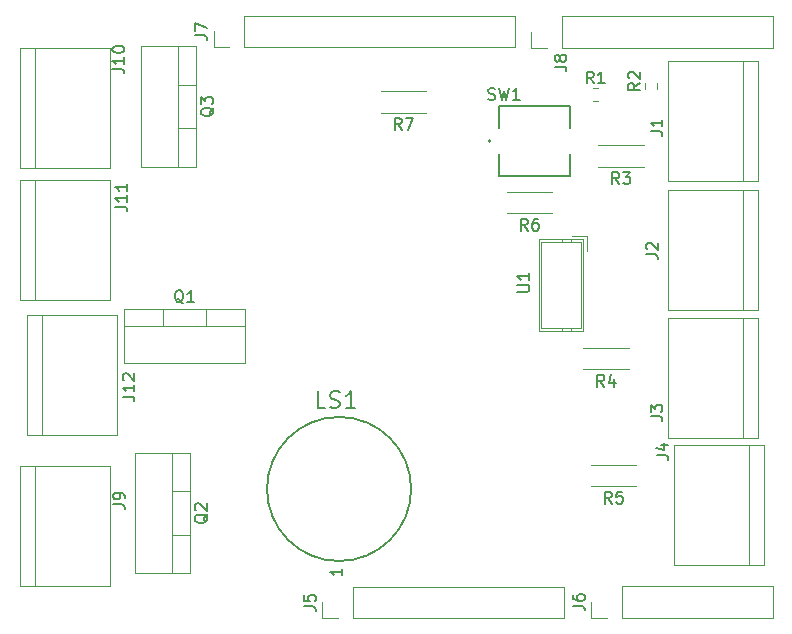
<source format=gto>
%TF.GenerationSoftware,KiCad,Pcbnew,(6.0.2)*%
%TF.CreationDate,2024-04-01T14:50:51-05:00*%
%TF.ProjectId,Security_Mat,53656375-7269-4747-995f-4d61742e6b69,rev?*%
%TF.SameCoordinates,Original*%
%TF.FileFunction,Legend,Top*%
%TF.FilePolarity,Positive*%
%FSLAX46Y46*%
G04 Gerber Fmt 4.6, Leading zero omitted, Abs format (unit mm)*
G04 Created by KiCad (PCBNEW (6.0.2)) date 2024-04-01 14:50:51*
%MOMM*%
%LPD*%
G01*
G04 APERTURE LIST*
%ADD10C,0.150000*%
%ADD11C,0.120000*%
%ADD12C,0.127000*%
%ADD13C,0.200000*%
G04 APERTURE END LIST*
D10*
X136662380Y-107824285D02*
X136662380Y-108395714D01*
X136662380Y-108110000D02*
X135662380Y-108110000D01*
X135805238Y-108205238D01*
X135900476Y-108300476D01*
X135948095Y-108395714D01*
%TO.C,R6*%
X152360333Y-79207380D02*
X152027000Y-78731190D01*
X151788904Y-79207380D02*
X151788904Y-78207380D01*
X152169857Y-78207380D01*
X152265095Y-78255000D01*
X152312714Y-78302619D01*
X152360333Y-78397857D01*
X152360333Y-78540714D01*
X152312714Y-78635952D01*
X152265095Y-78683571D01*
X152169857Y-78731190D01*
X151788904Y-78731190D01*
X153217476Y-78207380D02*
X153027000Y-78207380D01*
X152931761Y-78255000D01*
X152884142Y-78302619D01*
X152788904Y-78445476D01*
X152741285Y-78635952D01*
X152741285Y-79016904D01*
X152788904Y-79112142D01*
X152836523Y-79159761D01*
X152931761Y-79207380D01*
X153122238Y-79207380D01*
X153217476Y-79159761D01*
X153265095Y-79112142D01*
X153312714Y-79016904D01*
X153312714Y-78778809D01*
X153265095Y-78683571D01*
X153217476Y-78635952D01*
X153122238Y-78588333D01*
X152931761Y-78588333D01*
X152836523Y-78635952D01*
X152788904Y-78683571D01*
X152741285Y-78778809D01*
%TO.C,R2*%
X161869380Y-66714666D02*
X161393190Y-67048000D01*
X161869380Y-67286095D02*
X160869380Y-67286095D01*
X160869380Y-66905142D01*
X160917000Y-66809904D01*
X160964619Y-66762285D01*
X161059857Y-66714666D01*
X161202714Y-66714666D01*
X161297952Y-66762285D01*
X161345571Y-66809904D01*
X161393190Y-66905142D01*
X161393190Y-67286095D01*
X160964619Y-66333714D02*
X160917000Y-66286095D01*
X160869380Y-66190857D01*
X160869380Y-65952761D01*
X160917000Y-65857523D01*
X160964619Y-65809904D01*
X161059857Y-65762285D01*
X161155095Y-65762285D01*
X161297952Y-65809904D01*
X161869380Y-66381333D01*
X161869380Y-65762285D01*
%TO.C,J9*%
X117259380Y-102400333D02*
X117973666Y-102400333D01*
X118116523Y-102447952D01*
X118211761Y-102543190D01*
X118259380Y-102686047D01*
X118259380Y-102781285D01*
X118259380Y-101876523D02*
X118259380Y-101686047D01*
X118211761Y-101590809D01*
X118164142Y-101543190D01*
X118021285Y-101447952D01*
X117830809Y-101400333D01*
X117449857Y-101400333D01*
X117354619Y-101447952D01*
X117307000Y-101495571D01*
X117259380Y-101590809D01*
X117259380Y-101781285D01*
X117307000Y-101876523D01*
X117354619Y-101924142D01*
X117449857Y-101971761D01*
X117687952Y-101971761D01*
X117783190Y-101924142D01*
X117830809Y-101876523D01*
X117878428Y-101781285D01*
X117878428Y-101590809D01*
X117830809Y-101495571D01*
X117783190Y-101447952D01*
X117687952Y-101400333D01*
%TO.C,J8*%
X154652380Y-65333333D02*
X155366666Y-65333333D01*
X155509523Y-65380952D01*
X155604761Y-65476190D01*
X155652380Y-65619047D01*
X155652380Y-65714285D01*
X155080952Y-64714285D02*
X155033333Y-64809523D01*
X154985714Y-64857142D01*
X154890476Y-64904761D01*
X154842857Y-64904761D01*
X154747619Y-64857142D01*
X154700000Y-64809523D01*
X154652380Y-64714285D01*
X154652380Y-64523809D01*
X154700000Y-64428571D01*
X154747619Y-64380952D01*
X154842857Y-64333333D01*
X154890476Y-64333333D01*
X154985714Y-64380952D01*
X155033333Y-64428571D01*
X155080952Y-64523809D01*
X155080952Y-64714285D01*
X155128571Y-64809523D01*
X155176190Y-64857142D01*
X155271428Y-64904761D01*
X155461904Y-64904761D01*
X155557142Y-64857142D01*
X155604761Y-64809523D01*
X155652380Y-64714285D01*
X155652380Y-64523809D01*
X155604761Y-64428571D01*
X155557142Y-64380952D01*
X155461904Y-64333333D01*
X155271428Y-64333333D01*
X155176190Y-64380952D01*
X155128571Y-64428571D01*
X155080952Y-64523809D01*
%TO.C,R3*%
X160107333Y-75270380D02*
X159774000Y-74794190D01*
X159535904Y-75270380D02*
X159535904Y-74270380D01*
X159916857Y-74270380D01*
X160012095Y-74318000D01*
X160059714Y-74365619D01*
X160107333Y-74460857D01*
X160107333Y-74603714D01*
X160059714Y-74698952D01*
X160012095Y-74746571D01*
X159916857Y-74794190D01*
X159535904Y-74794190D01*
X160440666Y-74270380D02*
X161059714Y-74270380D01*
X160726380Y-74651333D01*
X160869238Y-74651333D01*
X160964476Y-74698952D01*
X161012095Y-74746571D01*
X161059714Y-74841809D01*
X161059714Y-75079904D01*
X161012095Y-75175142D01*
X160964476Y-75222761D01*
X160869238Y-75270380D01*
X160583523Y-75270380D01*
X160488285Y-75222761D01*
X160440666Y-75175142D01*
%TO.C,R7*%
X141692333Y-70698380D02*
X141359000Y-70222190D01*
X141120904Y-70698380D02*
X141120904Y-69698380D01*
X141501857Y-69698380D01*
X141597095Y-69746000D01*
X141644714Y-69793619D01*
X141692333Y-69888857D01*
X141692333Y-70031714D01*
X141644714Y-70126952D01*
X141597095Y-70174571D01*
X141501857Y-70222190D01*
X141120904Y-70222190D01*
X142025666Y-69698380D02*
X142692333Y-69698380D01*
X142263761Y-70698380D01*
%TO.C,Q2*%
X125284619Y-103219238D02*
X125237000Y-103314476D01*
X125141761Y-103409714D01*
X124998904Y-103552571D01*
X124951285Y-103647809D01*
X124951285Y-103743047D01*
X125189380Y-103695428D02*
X125141761Y-103790666D01*
X125046523Y-103885904D01*
X124856047Y-103933523D01*
X124522714Y-103933523D01*
X124332238Y-103885904D01*
X124237000Y-103790666D01*
X124189380Y-103695428D01*
X124189380Y-103504952D01*
X124237000Y-103409714D01*
X124332238Y-103314476D01*
X124522714Y-103266857D01*
X124856047Y-103266857D01*
X125046523Y-103314476D01*
X125141761Y-103409714D01*
X125189380Y-103504952D01*
X125189380Y-103695428D01*
X124284619Y-102885904D02*
X124237000Y-102838285D01*
X124189380Y-102743047D01*
X124189380Y-102504952D01*
X124237000Y-102409714D01*
X124284619Y-102362095D01*
X124379857Y-102314476D01*
X124475095Y-102314476D01*
X124617952Y-102362095D01*
X125189380Y-102933523D01*
X125189380Y-102314476D01*
%TO.C,J2*%
X162393380Y-81232333D02*
X163107666Y-81232333D01*
X163250523Y-81279952D01*
X163345761Y-81375190D01*
X163393380Y-81518047D01*
X163393380Y-81613285D01*
X162488619Y-80803761D02*
X162441000Y-80756142D01*
X162393380Y-80660904D01*
X162393380Y-80422809D01*
X162441000Y-80327571D01*
X162488619Y-80279952D01*
X162583857Y-80232333D01*
X162679095Y-80232333D01*
X162821952Y-80279952D01*
X163393380Y-80851380D01*
X163393380Y-80232333D01*
%TO.C,J3*%
X162774380Y-94948333D02*
X163488666Y-94948333D01*
X163631523Y-94995952D01*
X163726761Y-95091190D01*
X163774380Y-95234047D01*
X163774380Y-95329285D01*
X162774380Y-94567380D02*
X162774380Y-93948333D01*
X163155333Y-94281666D01*
X163155333Y-94138809D01*
X163202952Y-94043571D01*
X163250571Y-93995952D01*
X163345809Y-93948333D01*
X163583904Y-93948333D01*
X163679142Y-93995952D01*
X163726761Y-94043571D01*
X163774380Y-94138809D01*
X163774380Y-94424523D01*
X163726761Y-94519761D01*
X163679142Y-94567380D01*
%TO.C,J7*%
X124222380Y-62683333D02*
X124936666Y-62683333D01*
X125079523Y-62730952D01*
X125174761Y-62826190D01*
X125222380Y-62969047D01*
X125222380Y-63064285D01*
X124222380Y-62302380D02*
X124222380Y-61635714D01*
X125222380Y-62064285D01*
%TO.C,J5*%
X133422380Y-111033333D02*
X134136666Y-111033333D01*
X134279523Y-111080952D01*
X134374761Y-111176190D01*
X134422380Y-111319047D01*
X134422380Y-111414285D01*
X133422380Y-110080952D02*
X133422380Y-110557142D01*
X133898571Y-110604761D01*
X133850952Y-110557142D01*
X133803333Y-110461904D01*
X133803333Y-110223809D01*
X133850952Y-110128571D01*
X133898571Y-110080952D01*
X133993809Y-110033333D01*
X134231904Y-110033333D01*
X134327142Y-110080952D01*
X134374761Y-110128571D01*
X134422380Y-110223809D01*
X134422380Y-110461904D01*
X134374761Y-110557142D01*
X134327142Y-110604761D01*
%TO.C,R4*%
X158837333Y-92415380D02*
X158504000Y-91939190D01*
X158265904Y-92415380D02*
X158265904Y-91415380D01*
X158646857Y-91415380D01*
X158742095Y-91463000D01*
X158789714Y-91510619D01*
X158837333Y-91605857D01*
X158837333Y-91748714D01*
X158789714Y-91843952D01*
X158742095Y-91891571D01*
X158646857Y-91939190D01*
X158265904Y-91939190D01*
X159694476Y-91748714D02*
X159694476Y-92415380D01*
X159456380Y-91367761D02*
X159218285Y-92082047D01*
X159837333Y-92082047D01*
%TO.C,SW1*%
X149034666Y-68095761D02*
X149177523Y-68143380D01*
X149415619Y-68143380D01*
X149510857Y-68095761D01*
X149558476Y-68048142D01*
X149606095Y-67952904D01*
X149606095Y-67857666D01*
X149558476Y-67762428D01*
X149510857Y-67714809D01*
X149415619Y-67667190D01*
X149225142Y-67619571D01*
X149129904Y-67571952D01*
X149082285Y-67524333D01*
X149034666Y-67429095D01*
X149034666Y-67333857D01*
X149082285Y-67238619D01*
X149129904Y-67191000D01*
X149225142Y-67143380D01*
X149463238Y-67143380D01*
X149606095Y-67191000D01*
X149939428Y-67143380D02*
X150177523Y-68143380D01*
X150368000Y-67429095D01*
X150558476Y-68143380D01*
X150796571Y-67143380D01*
X151701333Y-68143380D02*
X151129904Y-68143380D01*
X151415619Y-68143380D02*
X151415619Y-67143380D01*
X151320380Y-67286238D01*
X151225142Y-67381476D01*
X151129904Y-67429095D01*
%TO.C,Q3*%
X125792619Y-68802238D02*
X125745000Y-68897476D01*
X125649761Y-68992714D01*
X125506904Y-69135571D01*
X125459285Y-69230809D01*
X125459285Y-69326047D01*
X125697380Y-69278428D02*
X125649761Y-69373666D01*
X125554523Y-69468904D01*
X125364047Y-69516523D01*
X125030714Y-69516523D01*
X124840238Y-69468904D01*
X124745000Y-69373666D01*
X124697380Y-69278428D01*
X124697380Y-69087952D01*
X124745000Y-68992714D01*
X124840238Y-68897476D01*
X125030714Y-68849857D01*
X125364047Y-68849857D01*
X125554523Y-68897476D01*
X125649761Y-68992714D01*
X125697380Y-69087952D01*
X125697380Y-69278428D01*
X124697380Y-68516523D02*
X124697380Y-67897476D01*
X125078333Y-68230809D01*
X125078333Y-68087952D01*
X125125952Y-67992714D01*
X125173571Y-67945095D01*
X125268809Y-67897476D01*
X125506904Y-67897476D01*
X125602142Y-67945095D01*
X125649761Y-67992714D01*
X125697380Y-68087952D01*
X125697380Y-68373666D01*
X125649761Y-68468904D01*
X125602142Y-68516523D01*
%TO.C,J6*%
X156192380Y-110983333D02*
X156906666Y-110983333D01*
X157049523Y-111030952D01*
X157144761Y-111126190D01*
X157192380Y-111269047D01*
X157192380Y-111364285D01*
X156192380Y-110078571D02*
X156192380Y-110269047D01*
X156240000Y-110364285D01*
X156287619Y-110411904D01*
X156430476Y-110507142D01*
X156620952Y-110554761D01*
X157001904Y-110554761D01*
X157097142Y-110507142D01*
X157144761Y-110459523D01*
X157192380Y-110364285D01*
X157192380Y-110173809D01*
X157144761Y-110078571D01*
X157097142Y-110030952D01*
X157001904Y-109983333D01*
X156763809Y-109983333D01*
X156668571Y-110030952D01*
X156620952Y-110078571D01*
X156573333Y-110173809D01*
X156573333Y-110364285D01*
X156620952Y-110459523D01*
X156668571Y-110507142D01*
X156763809Y-110554761D01*
%TO.C,J1*%
X162774380Y-70818333D02*
X163488666Y-70818333D01*
X163631523Y-70865952D01*
X163726761Y-70961190D01*
X163774380Y-71104047D01*
X163774380Y-71199285D01*
X163774380Y-69818333D02*
X163774380Y-70389761D01*
X163774380Y-70104047D02*
X162774380Y-70104047D01*
X162917238Y-70199285D01*
X163012476Y-70294523D01*
X163060095Y-70389761D01*
%TO.C,U1*%
X151496380Y-84381904D02*
X152305904Y-84381904D01*
X152401142Y-84334285D01*
X152448761Y-84286666D01*
X152496380Y-84191428D01*
X152496380Y-84000952D01*
X152448761Y-83905714D01*
X152401142Y-83858095D01*
X152305904Y-83810476D01*
X151496380Y-83810476D01*
X152496380Y-82810476D02*
X152496380Y-83381904D01*
X152496380Y-83096190D02*
X151496380Y-83096190D01*
X151639238Y-83191428D01*
X151734476Y-83286666D01*
X151782095Y-83381904D01*
%TO.C,R1*%
X157948333Y-66746380D02*
X157615000Y-66270190D01*
X157376904Y-66746380D02*
X157376904Y-65746380D01*
X157757857Y-65746380D01*
X157853095Y-65794000D01*
X157900714Y-65841619D01*
X157948333Y-65936857D01*
X157948333Y-66079714D01*
X157900714Y-66174952D01*
X157853095Y-66222571D01*
X157757857Y-66270190D01*
X157376904Y-66270190D01*
X158900714Y-66746380D02*
X158329285Y-66746380D01*
X158615000Y-66746380D02*
X158615000Y-65746380D01*
X158519761Y-65889238D01*
X158424523Y-65984476D01*
X158329285Y-66032095D01*
%TO.C,J10*%
X117209380Y-65531523D02*
X117923666Y-65531523D01*
X118066523Y-65579142D01*
X118161761Y-65674380D01*
X118209380Y-65817238D01*
X118209380Y-65912476D01*
X118209380Y-64531523D02*
X118209380Y-65102952D01*
X118209380Y-64817238D02*
X117209380Y-64817238D01*
X117352238Y-64912476D01*
X117447476Y-65007714D01*
X117495095Y-65102952D01*
X117209380Y-63912476D02*
X117209380Y-63817238D01*
X117257000Y-63722000D01*
X117304619Y-63674380D01*
X117399857Y-63626761D01*
X117590333Y-63579142D01*
X117828428Y-63579142D01*
X118018904Y-63626761D01*
X118114142Y-63674380D01*
X118161761Y-63722000D01*
X118209380Y-63817238D01*
X118209380Y-63912476D01*
X118161761Y-64007714D01*
X118114142Y-64055333D01*
X118018904Y-64102952D01*
X117828428Y-64150571D01*
X117590333Y-64150571D01*
X117399857Y-64102952D01*
X117304619Y-64055333D01*
X117257000Y-64007714D01*
X117209380Y-63912476D01*
%TO.C,R5*%
X159472333Y-102321380D02*
X159139000Y-101845190D01*
X158900904Y-102321380D02*
X158900904Y-101321380D01*
X159281857Y-101321380D01*
X159377095Y-101369000D01*
X159424714Y-101416619D01*
X159472333Y-101511857D01*
X159472333Y-101654714D01*
X159424714Y-101749952D01*
X159377095Y-101797571D01*
X159281857Y-101845190D01*
X158900904Y-101845190D01*
X160377095Y-101321380D02*
X159900904Y-101321380D01*
X159853285Y-101797571D01*
X159900904Y-101749952D01*
X159996142Y-101702333D01*
X160234238Y-101702333D01*
X160329476Y-101749952D01*
X160377095Y-101797571D01*
X160424714Y-101892809D01*
X160424714Y-102130904D01*
X160377095Y-102226142D01*
X160329476Y-102273761D01*
X160234238Y-102321380D01*
X159996142Y-102321380D01*
X159900904Y-102273761D01*
X159853285Y-102226142D01*
%TO.C,LS1*%
X135244000Y-94232333D02*
X134577333Y-94232333D01*
X134577333Y-92832333D01*
X135644000Y-94165666D02*
X135844000Y-94232333D01*
X136177333Y-94232333D01*
X136310666Y-94165666D01*
X136377333Y-94099000D01*
X136444000Y-93965666D01*
X136444000Y-93832333D01*
X136377333Y-93699000D01*
X136310666Y-93632333D01*
X136177333Y-93565666D01*
X135910666Y-93499000D01*
X135777333Y-93432333D01*
X135710666Y-93365666D01*
X135644000Y-93232333D01*
X135644000Y-93099000D01*
X135710666Y-92965666D01*
X135777333Y-92899000D01*
X135910666Y-92832333D01*
X136244000Y-92832333D01*
X136444000Y-92899000D01*
X137777333Y-94232333D02*
X136977333Y-94232333D01*
X137377333Y-94232333D02*
X137377333Y-92832333D01*
X137244000Y-93032333D01*
X137110666Y-93165666D01*
X136977333Y-93232333D01*
%TO.C,J11*%
X117463380Y-77210523D02*
X118177666Y-77210523D01*
X118320523Y-77258142D01*
X118415761Y-77353380D01*
X118463380Y-77496238D01*
X118463380Y-77591476D01*
X118463380Y-76210523D02*
X118463380Y-76781952D01*
X118463380Y-76496238D02*
X117463380Y-76496238D01*
X117606238Y-76591476D01*
X117701476Y-76686714D01*
X117749095Y-76781952D01*
X118463380Y-75258142D02*
X118463380Y-75829571D01*
X118463380Y-75543857D02*
X117463380Y-75543857D01*
X117606238Y-75639095D01*
X117701476Y-75734333D01*
X117749095Y-75829571D01*
%TO.C,J4*%
X163282380Y-98250333D02*
X163996666Y-98250333D01*
X164139523Y-98297952D01*
X164234761Y-98393190D01*
X164282380Y-98536047D01*
X164282380Y-98631285D01*
X163615714Y-97345571D02*
X164282380Y-97345571D01*
X163234761Y-97583666D02*
X163949047Y-97821761D01*
X163949047Y-97202714D01*
%TO.C,J12*%
X118070380Y-93265523D02*
X118784666Y-93265523D01*
X118927523Y-93313142D01*
X119022761Y-93408380D01*
X119070380Y-93551238D01*
X119070380Y-93646476D01*
X119070380Y-92265523D02*
X119070380Y-92836952D01*
X119070380Y-92551238D02*
X118070380Y-92551238D01*
X118213238Y-92646476D01*
X118308476Y-92741714D01*
X118356095Y-92836952D01*
X118165619Y-91884571D02*
X118118000Y-91836952D01*
X118070380Y-91741714D01*
X118070380Y-91503619D01*
X118118000Y-91408380D01*
X118165619Y-91360761D01*
X118260857Y-91313142D01*
X118356095Y-91313142D01*
X118498952Y-91360761D01*
X119070380Y-91932190D01*
X119070380Y-91313142D01*
%TO.C,Q1*%
X123221761Y-85360619D02*
X123126523Y-85313000D01*
X123031285Y-85217761D01*
X122888428Y-85074904D01*
X122793190Y-85027285D01*
X122697952Y-85027285D01*
X122745571Y-85265380D02*
X122650333Y-85217761D01*
X122555095Y-85122523D01*
X122507476Y-84932047D01*
X122507476Y-84598714D01*
X122555095Y-84408238D01*
X122650333Y-84313000D01*
X122745571Y-84265380D01*
X122936047Y-84265380D01*
X123031285Y-84313000D01*
X123126523Y-84408238D01*
X123174142Y-84598714D01*
X123174142Y-84932047D01*
X123126523Y-85122523D01*
X123031285Y-85217761D01*
X122936047Y-85265380D01*
X122745571Y-85265380D01*
X124126523Y-85265380D02*
X123555095Y-85265380D01*
X123840809Y-85265380D02*
X123840809Y-84265380D01*
X123745571Y-84408238D01*
X123650333Y-84503476D01*
X123555095Y-84551095D01*
D11*
%TO.C,R6*%
X154447000Y-75915000D02*
X150607000Y-75915000D01*
X154447000Y-77755000D02*
X150607000Y-77755000D01*
%TO.C,R2*%
X163336500Y-66754742D02*
X163336500Y-67229258D01*
X162291500Y-66754742D02*
X162291500Y-67229258D01*
%TO.C,J9*%
X116967000Y-99187000D02*
X109347000Y-99187000D01*
X109347000Y-99187000D02*
X109347000Y-109347000D01*
X110617000Y-109347000D02*
X110617000Y-99187000D01*
X116967000Y-109347000D02*
X116967000Y-99187000D01*
X109347000Y-109347000D02*
X116967000Y-109347000D01*
%TO.C,J8*%
X152660000Y-63720000D02*
X152660000Y-62390000D01*
X155260000Y-63720000D02*
X173100000Y-63720000D01*
X155260000Y-63720000D02*
X155260000Y-61060000D01*
X173100000Y-63720000D02*
X173100000Y-61060000D01*
X153990000Y-63720000D02*
X152660000Y-63720000D01*
X155260000Y-61060000D02*
X173100000Y-61060000D01*
%TO.C,R3*%
X162194000Y-71978000D02*
X158354000Y-71978000D01*
X162194000Y-73818000D02*
X158354000Y-73818000D01*
%TO.C,R7*%
X143779000Y-69246000D02*
X139939000Y-69246000D01*
X143779000Y-67406000D02*
X139939000Y-67406000D01*
%TO.C,Q2*%
X122227000Y-98004000D02*
X122227000Y-108244000D01*
X123737000Y-108244000D02*
X119096000Y-108244000D01*
X119096000Y-98004000D02*
X119096000Y-108244000D01*
X123737000Y-98004000D02*
X119096000Y-98004000D01*
X123737000Y-98004000D02*
X123737000Y-108244000D01*
X123737000Y-104975000D02*
X122227000Y-104975000D01*
X123737000Y-101274000D02*
X122227000Y-101274000D01*
%TO.C,J2*%
X164211000Y-75819000D02*
X164211000Y-85979000D01*
X164211000Y-85979000D02*
X171831000Y-85979000D01*
X171831000Y-85979000D02*
X171831000Y-75819000D01*
X170561000Y-75819000D02*
X170561000Y-85979000D01*
X171831000Y-75819000D02*
X164211000Y-75819000D01*
%TO.C,J3*%
X171831000Y-96774000D02*
X171831000Y-86614000D01*
X170561000Y-86614000D02*
X170561000Y-96774000D01*
X164211000Y-96774000D02*
X171831000Y-96774000D01*
X171831000Y-86614000D02*
X164211000Y-86614000D01*
X164211000Y-86614000D02*
X164211000Y-96774000D01*
%TO.C,J7*%
X125770000Y-63680000D02*
X125770000Y-62350000D01*
X128370000Y-61020000D02*
X151290000Y-61020000D01*
X128370000Y-63680000D02*
X128370000Y-61020000D01*
X151290000Y-63680000D02*
X151290000Y-61020000D01*
X128370000Y-63680000D02*
X151290000Y-63680000D01*
X127100000Y-63680000D02*
X125770000Y-63680000D01*
%TO.C,J5*%
X134970000Y-112030000D02*
X134970000Y-110700000D01*
X136300000Y-112030000D02*
X134970000Y-112030000D01*
X155410000Y-112030000D02*
X155410000Y-109370000D01*
X137570000Y-112030000D02*
X137570000Y-109370000D01*
X137570000Y-109370000D02*
X155410000Y-109370000D01*
X137570000Y-112030000D02*
X155410000Y-112030000D01*
%TO.C,R4*%
X160924000Y-90963000D02*
X157084000Y-90963000D01*
X160924000Y-89123000D02*
X157084000Y-89123000D01*
D12*
%TO.C,SW1*%
X149908000Y-68628000D02*
X155908000Y-68628000D01*
X149908000Y-70553000D02*
X149908000Y-68628000D01*
X155908000Y-68628000D02*
X155908000Y-70553000D01*
X149908000Y-74628000D02*
X149908000Y-72703000D01*
X155908000Y-72703000D02*
X155908000Y-74628000D01*
X155908000Y-74628000D02*
X149908000Y-74628000D01*
D13*
X149208000Y-71628000D02*
G75*
G03*
X149208000Y-71628000I-100000J0D01*
G01*
D11*
%TO.C,Q3*%
X124245000Y-63587000D02*
X124245000Y-73827000D01*
X122735000Y-63587000D02*
X122735000Y-73827000D01*
X124245000Y-70558000D02*
X122735000Y-70558000D01*
X124245000Y-66857000D02*
X122735000Y-66857000D01*
X124245000Y-73827000D02*
X119604000Y-73827000D01*
X124245000Y-63587000D02*
X119604000Y-63587000D01*
X119604000Y-63587000D02*
X119604000Y-73827000D01*
%TO.C,J6*%
X160340000Y-111980000D02*
X160340000Y-109320000D01*
X173100000Y-111980000D02*
X173100000Y-109320000D01*
X160340000Y-111980000D02*
X173100000Y-111980000D01*
X159070000Y-111980000D02*
X157740000Y-111980000D01*
X157740000Y-111980000D02*
X157740000Y-110650000D01*
X160340000Y-109320000D02*
X173100000Y-109320000D01*
%TO.C,J1*%
X164211000Y-75057000D02*
X171831000Y-75057000D01*
X164211000Y-64897000D02*
X164211000Y-75057000D01*
X170561000Y-64897000D02*
X170561000Y-75057000D01*
X171831000Y-75057000D02*
X171831000Y-64897000D01*
X171831000Y-64897000D02*
X164211000Y-64897000D01*
%TO.C,U1*%
X155994000Y-80160000D02*
X155294000Y-80160000D01*
X155994000Y-79960000D02*
X155994000Y-80160000D01*
X157354000Y-79660000D02*
X156104000Y-79660000D01*
X153534000Y-80160000D02*
X153534000Y-87480000D01*
X153334000Y-79960000D02*
X153334000Y-87680000D01*
X156854000Y-80160000D02*
X156854000Y-87480000D01*
X155994000Y-87480000D02*
X155294000Y-87480000D01*
X155294000Y-87480000D02*
X155294000Y-87680000D01*
X153534000Y-87480000D02*
X155294000Y-87480000D01*
X155994000Y-80160000D02*
X156854000Y-80160000D01*
X155294000Y-80160000D02*
X153534000Y-80160000D01*
X156854000Y-87480000D02*
X155994000Y-87480000D01*
X155294000Y-80160000D02*
X155294000Y-79960000D01*
X157354000Y-80910000D02*
X157354000Y-79660000D01*
X157054000Y-87680000D02*
X157054000Y-79960000D01*
X155994000Y-87480000D02*
X155994000Y-87680000D01*
X157054000Y-79960000D02*
X153334000Y-79960000D01*
X153334000Y-87680000D02*
X157054000Y-87680000D01*
%TO.C,R1*%
X157877742Y-68213500D02*
X158352258Y-68213500D01*
X157877742Y-67168500D02*
X158352258Y-67168500D01*
%TO.C,J10*%
X109347000Y-73914000D02*
X116967000Y-73914000D01*
X116967000Y-63754000D02*
X109347000Y-63754000D01*
X116967000Y-73914000D02*
X116967000Y-63754000D01*
X110617000Y-73914000D02*
X110617000Y-63754000D01*
X109347000Y-63754000D02*
X109347000Y-73914000D01*
%TO.C,R5*%
X161559000Y-100869000D02*
X157719000Y-100869000D01*
X161559000Y-99029000D02*
X157719000Y-99029000D01*
D12*
%TO.C,LS1*%
X142498000Y-101092000D02*
G75*
G03*
X142498000Y-101092000I-6100000J0D01*
G01*
D11*
%TO.C,J11*%
X109347000Y-74930000D02*
X109347000Y-85090000D01*
X116967000Y-85090000D02*
X116967000Y-74930000D01*
X110617000Y-85090000D02*
X110617000Y-74930000D01*
X116967000Y-74930000D02*
X109347000Y-74930000D01*
X109347000Y-85090000D02*
X116967000Y-85090000D01*
%TO.C,J4*%
X164719000Y-97409000D02*
X164719000Y-107569000D01*
X172339000Y-97409000D02*
X164719000Y-97409000D01*
X171069000Y-97409000D02*
X171069000Y-107569000D01*
X172339000Y-107569000D02*
X172339000Y-97409000D01*
X164719000Y-107569000D02*
X172339000Y-107569000D01*
%TO.C,J12*%
X111252000Y-96520000D02*
X111252000Y-86360000D01*
X109982000Y-96520000D02*
X117602000Y-96520000D01*
X109982000Y-86360000D02*
X109982000Y-96520000D01*
X117602000Y-86360000D02*
X109982000Y-86360000D01*
X117602000Y-96520000D02*
X117602000Y-86360000D01*
%TO.C,Q1*%
X118197000Y-90454000D02*
X128437000Y-90454000D01*
X118197000Y-87323000D02*
X128437000Y-87323000D01*
X121467000Y-85813000D02*
X121467000Y-87323000D01*
X125168000Y-85813000D02*
X125168000Y-87323000D01*
X118197000Y-85813000D02*
X128437000Y-85813000D01*
X128437000Y-85813000D02*
X128437000Y-90454000D01*
X118197000Y-85813000D02*
X118197000Y-90454000D01*
%TD*%
M02*

</source>
